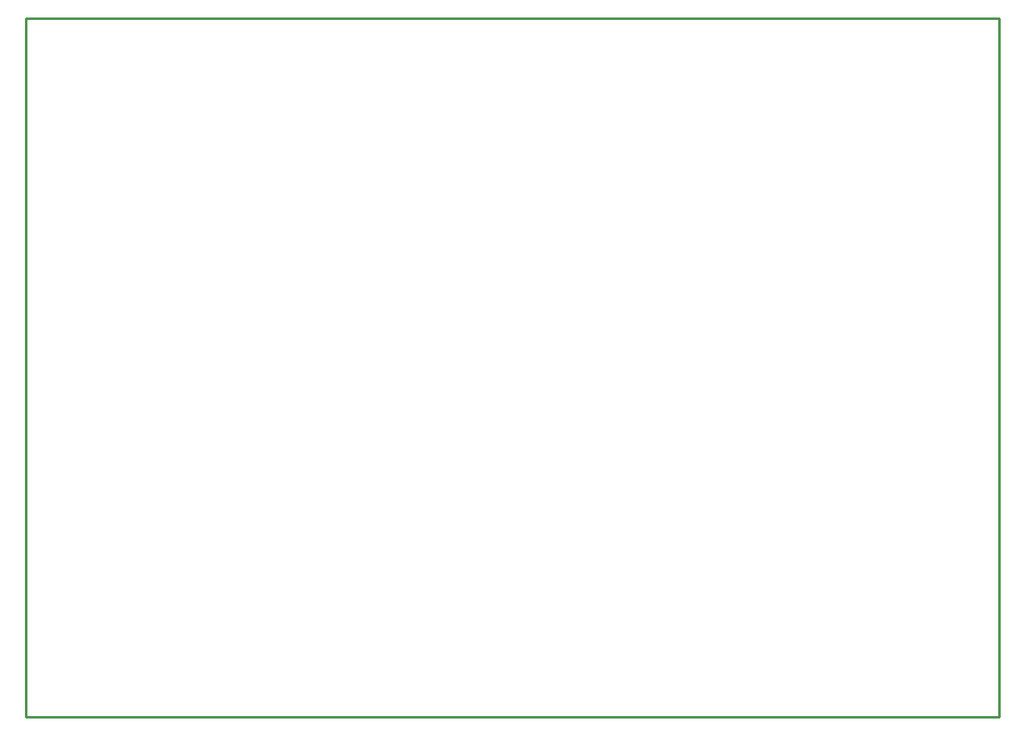
<source format=gm1>
G04*
G04 #@! TF.GenerationSoftware,Altium Limited,Altium Designer,21.1.1 (26)*
G04*
G04 Layer_Color=16711935*
%FSLAX25Y25*%
%MOIN*%
G70*
G04*
G04 #@! TF.SameCoordinates,E270421F-5236-4404-944A-E4286B30A106*
G04*
G04*
G04 #@! TF.FilePolarity,Positive*
G04*
G01*
G75*
%ADD11C,0.01000*%
D11*
X0Y0D02*
X390000D01*
Y280000D01*
X0D02*
X390000D01*
X0Y0D02*
Y280000D01*
M02*

</source>
